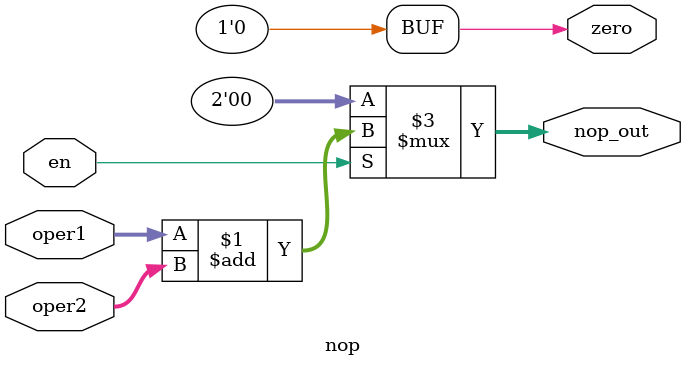
<source format=sv>
/*////////////////////////////////////////////////////////////////////////////////////////////////////////////////
* File Name : alu.sv

* Purpose :

* Creation Date : 14-02-2023

* Last Modified : Fri 03 Mar 2023 10:33:59 PM IST

* Created By :  

//////////////////////////////////////////////////////////////////////////////////////////////////////////////// */

`timescale 1ns / 1ps
module alu #(parameter DATA_WIDTH = 32,
             parameter PC_WIDTH   = 20,
             parameter OPCODE     = 7
             )
(
    input logic 			                    alu_clk	 	        , 
    input logic 			                    alu_rst		        ,
    input logic 		[11:0]	                alu_ctrl	        ,//control
    input logic		    [DATA_WIDTH-1:0]        ld_sd_addr	        ,
    input logic 		[(DATA_WIDTH>>3)-1:0]	id_ex_byte_en	    ,//byte selection for load / store:pipeline
    input logic 			                    id_ex_sign_bit	    ,
    input logic                                 stall_pipeline      ,
    output logic  		                        ex_mem_sign_bit	    ,
    input logic 		[DATA_WIDTH-1:0]        imm_val		        ,//immediate value
    input logic 		[DATA_WIDTH-1:0]	    data_in_1	        ,//data from source register 1
    input logic 		[DATA_WIDTH-1:0]	    data_in_2	        ,//data from source  register 2
    //input logic 		[PC_WIDTH-1:0]          pc		            ,//program counter value for auipc instruction
    input logic 		[OPCODE-1:0]            opcode_r	        ,
    output logic  	    [DATA_WIDTH-1:0]	    data_out	        ,//output logic data  from alu
    output logic        [DATA_WIDTH-1:0]        data_out_1          ,//to addr_gen
    //output logic 	    [DATA_WIDTH-1:0]	    data_out_1_o	    ,
    output logic 	    [DATA_WIDTH-1:0]        mem_addr	        ,//pipelined load store adress
    output logic 	    [(DATA_WIDTH>>3)-1:0]   ex_mem_byte_en      ,//byte selection signal:pipelined
    output logic 		                        carry		        ,
    input logic 			                    branch_en	        ,    
    output logic 		                        zero		        
    );

    logic 		[11:0]	            alu_ctrl_r	    ;
    logic       [11:0]              alu_ctrl_r1     ;
    logic  			                oper1_sign	    ;
    logic  			                oper2_sign	    ;
    logic 	    [DATA_WIDTH-1:0]	data_out_1_o	;    
    logic  			                carry_o		    ;
    logic  			                zero_o		    ;
    logic  		[DATA_WIDTH-1:0]    oper1		    ;
    logic  		[DATA_WIDTH-1:0]    oper2		    ;
    logic 		[PC_WIDTH-1:0]      pc_w		    ;
    //logic  		[PC_WIDTH-1:0]      pc_r		    ;
   // logic 		[PC_WIDTH-1:0]      jal_pc		    ;
    logic  		[PC_WIDTH-1:0]      jal_pc_r	    ;
    logic 			                lui_en		    ;
    logic                           add_en          ;
    logic                           sub_en          ;
    logic                           sll_en          ;
    logic                           xor_en          ;
    logic                           srl_en          ;
    logic                           sra_en          ;
    logic                           or_en           ;
    logic                           and_en          ;
    logic                           jal_en          ;
    logic                           jalr_en         ;
    logic       [DATA_WIDTH-1:0]    lui_op          ;
    logic       [DATA_WIDTH-1:0]    jalr_op         ;
    logic       [DATA_WIDTH-1:0]    jal_op          ;
    logic       [DATA_WIDTH-1:0]    sum		        ;
    logic                           carry_out	    ;
    logic                           add_zero	    ;
    logic       [DATA_WIDTH-1:0]    diff		    ;
    logic                           borrow_out      ;
    logic                           sub_zero	    ;
    logic       [DATA_WIDTH-1:0]    sll_op	        ;
    logic                           sll_zero        ;
    logic       [DATA_WIDTH-1:0]    xor_op	        ;
    logic                           xor_zero        ;
    logic       [DATA_WIDTH-1:0]    srl_op	        ;
    logic                           srl_zero        ;
    logic       [DATA_WIDTH-1:0]    sra_op	        ;
    logic                           sra_zero        ;
    logic       [DATA_WIDTH-1:0]    or_op	        ;
    logic                           or_zero         ;
    logic       [DATA_WIDTH-1:0]    and_op	        ;
    logic                           and_zero        ;
    logic       [DATA_WIDTH-1:0]    mvi_op          ;
    logic                           mv_zero         ;
    logic                           nop_en          ;
    logic                           nop_zero        ;    
    logic       [DATA_WIDTH-1:0]    nop_op          ;




    //assign     jal_pc       = pc - 20'd2					 ;
    //assign 	 pc_w 	    =  nop_en ?  (pc + 20'd2) : 20'd0	;
    //assign     alu_ctrl_r 	= alu_ctrl ;
    assign     data_out_1   = (stall_pipeline) ? 32'd0 : data_out_1_o ;

    always_ff@(posedge alu_clk or negedge alu_rst)
    begin
    		if(!alu_rst)
    		begin
    			alu_ctrl_r1 	<= 	12'd0	            ;
    			mem_addr    	<= 	{DATA_WIDTH{1'b0}}	;
    			ex_mem_byte_en 	<= 	{DATA_WIDTH>>3{1'b0}}	;
    			ex_mem_sign_bit <= 	1'b0	            ;
    			//pc_r 		    <= 	{PC_WIDTH{1'b0}}	;
            	//jal_pc_r 	    <= 	{PC_WIDTH{1'b0}}	;
    		end
    		else
    		begin
    			alu_ctrl_r1 	<= alu_ctrl	     ;
    			//mem_addr    	<= ld_sd_addr	 ; //pipelining the load and store address in execution phase
    			//ex_mem_byte_en 	<= id_ex_byte_en ;
    			//ex_mem_sign_bit <= id_ex_sign_bit;                
    			//pc_r 		    <= pc_w          ;
                //jal_pc_r 	    <= jal_pc	     ;
    		end
    end

    assign lui_en	= ((alu_ctrl_r1 == 12'b0000000_011_01) || (alu_ctrl_r1 == 12'b0000000_010_01))? 1'b1:1'b0;
    assign add_en   = ((alu_ctrl_r1 == 12'b010000_1001_10) || (alu_ctrl_r1 == 12'b000000_1_000_01)  || (alu_ctrl_r1 == 12'b00_00010_011_01)|| (alu_ctrl_r1 == 12'b0000001_000_00))? 1'b1 : 1'b0;
    assign sub_en   = ((alu_ctrl_r1 == 12'b100_11_00_100_01))? 1'b1:1'b0;
    assign sll_en   = ((alu_ctrl_r1 == 12'b0000000_000_10)) ? 1'b1:1'b0;
    assign xor_en   = ((alu_ctrl_r1 == 12'b000_11_01_100_01)) ? 1'b1:1'b0;
    assign srl_en   = ((alu_ctrl_r1 == 12'b00000_00_100_01)) ? 1'b1:1'b0;
    assign sra_en   = ((alu_ctrl_r1 == 12'b00000_01_100_01)) ? 1'b1:1'b0;
    assign or_en    = ((alu_ctrl_r1 == 12'b000_11_10_100_01)) ? 1'b1:1'b0;
    assign and_en   = ((alu_ctrl_r1 == 12'b000_11_11_100_01) || (alu_ctrl_r1 == 12'b00000_10_100_01)) ? 1'b1:1'b0;
    assign jal_en   = ((alu_ctrl_r1 == 12'b0000000_001_01)) ? 1'b1:1'b0;
    assign jalr_en  = ((alu_ctrl_r1 == 12'b100000_1001_10)) ? 1'b1:1'b0;
    assign jr_en    = ((alu_ctrl_r1 == 12'b0_00000_0_100_10)) ? 1'b1:1'b0;
    assign j_en     = ((alu_ctrl_r1 == 12'b0000000_101_01)) ? 1'b1:1'b0;
    assign mvi_en   = ((alu_ctrl_r1 == 12'b1_00000_0_100_10)) ? 1'b1:1'b0;
    assign nop_en   = ((alu_ctrl_r1 == 12'b0000_0_00000_01)) ? 1'b1 : 1'b0 ;


    always_comb 
    begin
        unique case (alu_ctrl_r1)
            12'b0000001_000_00://addi4spn
            begin
                oper2       = imm_val           ;
    			oper1       = data_in_1         ;
    			oper1_sign  = 1'b0              ; 
                oper2_sign  = 1'b0              ;
            end
            12'b000000_1_000_01://addi            
            begin
                oper2       = imm_val           ;
    			oper1       = data_in_1         ;
    			oper1_sign  = 1'b0              ;
                oper2_sign  = 1'b0              ;  
            end
            /*
            12'b0000000_101_01://j
            begin
                oper2       = imm_val           ;
    			oper1       = {12'd0,pc_r}	    ;
                oper1_sign  = 1'b0              ;
                oper2_sign  = 1'b0              ;                  
            end
            12'b0000000_001_01://jal
            begin
                oper2       = {DATA_WIDTH{1'b0}};
    			oper1       = {{DATA_WIDTH-20{1'b0}},jal_pc_r}	;
                oper1_sign  = 1'b0              ;
                oper2_sign  = 1'b0              ;    
            end
            */
            12'b0000000_010_01://li
            begin
                oper2       = imm_val           ;
    			oper1       = {DATA_WIDTH{1'b0}};
    			oper1_sign  = 1'b0              ;
                oper2_sign  = 1'b0              ;                    
            end
            12'b0000000_011_01://lui
            begin
                oper2       = imm_val           ;
    			oper1       = {DATA_WIDTH{1'b0}};
    			oper1_sign  = 1'b0              ;
                oper2_sign  = 1'b0              ;                  
            end
            12'b00_00010_011_01://addi16sp
            begin
                oper2       = imm_val           ;
    			oper1       = data_in_1         ;
    			oper1_sign  = 1'b0              ;
                oper2_sign  = 1'b0              ;                   
            end
            12'b00000_00_100_01://srli
            begin
                oper2       = imm_val           ;
    			oper1       = data_in_1         ;
    			oper1_sign  = 1'b0              ;
                oper2_sign  = 1'b0              ;                   
            end
            12'b00000_01_100_01://srai
            begin
                oper2       = imm_val           ;
    			oper1       = data_in_1         ;
    			oper1_sign  = 1'b0              ;
                oper2_sign  = 1'b0              ;                  
            end
            12'b00000_10_100_01://andi
            begin
                oper2       = imm_val           ;
    			oper1       = data_in_1         ;
    			oper1_sign  = 1'b0              ;
                oper2_sign  = 1'b0              ;  
            end
            12'b000_11_11_100_01://and
            begin
                oper2       = data_in_2         ;
    			oper1       = data_in_1         ;
    			oper1_sign  = 1'b0              ;
                oper2_sign  = 1'b0              ;  
            end
            12'b000_11_10_100_01://or
            begin
                oper2       = data_in_2         ;
    			oper1       = data_in_1        ;
    			oper1_sign  = 1'b0              ;
                oper2_sign  = 1'b0              ;  
            end
            12'b000_11_01_100_01://xor
            begin
                oper2       = data_in_2         ;
    			oper1       = data_in_1        ;
    			oper1_sign  = 1'b0              ;
                oper2_sign  = 1'b0              ;  
            end
            12'b100_11_00_100_01://sub
            begin
    			oper2       = data_in_2         ;
    			oper1       = data_in_1         ;
    			oper1_sign  = 1'b0              ;
                oper2_sign  = 1'b0              ;                   
                
            end
            /*
            12'b0_00000_0_100_10://jr
            begin
                oper2       = {DATA_WIDTH{1'b0}};
    			oper1       = {{DATA_WIDTH-20{1'b0}},jal_pc_r}	;
    			oper1_sign  = 1'b0              ;
                oper2_sign  = 1'b0              ;                   
            end
            12'b100000_1001_10://jalr
            begin
                oper2       = {DATA_WIDTH{1'b0}};
    			oper1       = {{DATA_WIDTH-20{1'b0}},jal_pc_r}	;
    			oper1_sign  = 1'b0              ;
                oper2_sign  = 1'b0              ;                
            end
            */
            12'b0000000_000_10://slli
            begin
    			oper2       = imm_val           ;
    			oper1       = data_in_1        ;
    			oper1_sign  = 1'b0              ;
                oper2_sign  = 1'b0              ;
            end
            12'b1_00000_0_100_10://mv
            begin
    			oper2       = data_in_2         ;
    			oper1       = {DATA_WIDTH{1'b0}};
    			oper1_sign  = 1'b0              ;
                oper2_sign  = 1'b0              ;                
            end
            12'b010000_1001_10://add
            begin
    			oper2       = data_in_2         ;
    			oper1       = data_in_1         ;
    			oper1_sign  = 1'b0              ;
                oper2_sign  = 1'b0              ;
            end
            12'b0000_0_00000_01://nop
            begin
    			oper2       = imm_val           ;
    			oper1       = {DATA_WIDTH{1'b0}};
    			oper1_sign  = 1'b0              ;
                oper2_sign  = 1'b0              ;
            end
            default:
            begin
    			oper2       = {DATA_WIDTH{1'b0}};
    			oper1       = {DATA_WIDTH{1'b0}};
    			oper1_sign  = 1'b0              ;
                oper2_sign  = 1'b0              ;
            end
        endcase 
    end

    lui #(.DATA_WIDTH(DATA_WIDTH))
    lui_inst
    
    (
    
    .*,
    .oper1		(oper1		),
    .oper2		(oper2		),
    .lui_out	(lui_op		),
    .en		    (lui_en     )
    );

    /*
    jalr #(.DATA_WIDTH(DATA_WIDTH)) 
    jalr_inst
    (
    .*,
    .oper1		(oper1		),
    .oper2		(oper2		),
    .jalr_out	(jalr_op	),
    .en		    (jalr_en    )
    
    );
    jal #(.DATA_WIDTH(DATA_WIDTH)) 
    jal_inst
    (
    .*,
    .oper1		(oper1		),
    .oper2		(oper2		),
    .jal_out	(jal_op		),
    .en		    (jal_en     )
    );
    */
    add #(.DATA_WIDTH(DATA_WIDTH))
    add_inst
    (
    
    .*,
    .oper1		(oper1		),
    .oper2		(oper2		),
    .rslt		(sum		),
    .carry		(carry_out	),
    .zero		(add_zero	),
    .en		    (add_en     )
    );
    
    sub #(.DATA_WIDTH(DATA_WIDTH)) 
    sub_inst
    (
    .*,
    .oper1		(oper1		),
    .oper2		(oper2		),
    .rslt		(diff		),
    .borrow		(borrow_out ),
    .zero		(sub_zero	),
    .en		    (sub_en     )
    
    );
    
    sll #(.DATA_WIDTH(DATA_WIDTH)) 
    sll_inst
    (
    .*,
    .oper1		(oper1		),
    .oper2		(oper2		),
    .rslt		(sll_op		),
    .zero		(sll_zero	),
    .en		    (sll_en     )
    
    );
    
    xorg #(.DATA_WIDTH(DATA_WIDTH)) 
    xor_inst
    (
    .*,
    .oper1		(oper1		),
    .oper2		(oper2		),
    .rslt		(xor_op		),
    .zero		(xor_zero	),
    .en		    (xor_en     )
    
    );
    
    srl #(.DATA_WIDTH(DATA_WIDTH)) 
    srl_inst
    (
    
    .*,
    .oper1		(oper1		),
    .oper2		(oper2		),
    .rslt		(srl_op		),
    .zero		(srl_zero	),
    .en		    (srl_en	    )
    
    );
    
    sra #(.DATA_WIDTH(DATA_WIDTH))
    sra_inst
    (
    .*,
    .oper1		(oper1		),
    .oper2		(oper2		),
    .rslt		(sra_op		),
    .zero		(sra_zero	),
    .en		    (sra_en     )
    
    );
    
    org #(.DATA_WIDTH(DATA_WIDTH)) 
    or_inst
    (
    .*,
    .oper1		(oper1		),
    .oper2		(oper2		),
    .rslt		(or_op		),
    .zero		(or_zero	),
    .en		    (or_en      )
    
    );
    
    andg #(.DATA_WIDTH(DATA_WIDTH)) 
    and_inst
    (
    .*,
    .oper1		(oper1		),
    .oper2		(oper2		),
    .rslt		(and_op		),
    .zero		(and_zero	),
    .en		    (and_en	    )
    
    );

    mvi #(.DATA_WIDTH(DATA_WIDTH))
    mvi_inst
    (
    .*,
    
    .oper1		(oper1		),
    .oper2		(oper2		),
    .en         (mvi_en     ),
    .zero       (mv_zero    ),
    .result     (mvi_op     )
    );

    nop #(.DATA_WIDTH(DATA_WIDTH))
    nop_inst
    (
    .*,
    .oper1		(oper1		),
    .oper2		(oper2		),
    .nop_out	(nop_op	    ),
    .zero       (nop_zero   ),
    .en		    (nop_en	    )
    );


    always_ff@(posedge alu_clk or negedge alu_rst)
    begin
    	if(!alu_rst)
    	begin
    		data_out    <= {DATA_WIDTH{1'b0}};
    		zero        <= 1'b0              ;
    		carry       <= 1'b0              ;
    	end
    	else
    	begin
        /*
            if(stall_pipeline)
            begin
                data_out <= {DATA_WIDTH{1'b0}};
                carry    <= 1'b0              ;
                zero     <= 1'b0              ;
            end
            else
            begin */
            data_out  <= data_out_1     ;
    	    carry     <= carry_o        ;
    		zero      <= zero_o         ;
            //end
        end
    end

    always_comb 
    begin
        unique case (alu_ctrl_r1)
            12'b0000001_000_00://addi4spn
            begin
    			data_out_1_o = sum		    ;
    			zero_o       = add_zero     ;
    			carry_o      = carry_out	;
            end
            12'b000000_1_000_01://addi            
            begin
    			data_out_1_o = sum		    ;
    			zero_o       = add_zero 	;
    			carry_o      = carry_out    ;
            end
            /*
            12'b0000000_001_01://jal
            begin
    			data_out_1_o = jal_op;
    			carry_o    = 1'b0  ;
    			if(jal_op == {DATA_WIDTH{1'b0}})
    			begin
    		        zero_o = 1'b1;
    			end
    			else
    			begin
    			    zero_o = 1'b0;
    			end
 
            end
            */
            12'b0000000_010_01://li
            begin
    			data_out_1_o = lui_op;
    			carry_o      = 1'b0  ;
                if(lui_op == {DATA_WIDTH{1'b0}})
                begin
    			    zero_o 	 = 1'b1	 ;
                end
                else
                begin
                    zero_o = 1'b0;
                end   
            end
            12'b0000000_011_01://lui
            begin
    			data_out_1_o = lui_op;
    			carry_o      = 1'b0  ;
                if(lui_op == {DATA_WIDTH{1'b0}})
                begin
    			    zero_o	 = 1'b1	 ;
                end
                else
                begin
                    zero_o = 1'b0;
                end       
            end
            12'b00_00010_011_01://addi16sp
            begin
    			data_out_1_o = sum		    ;
    			zero_o       = add_zero 	;
    			carry_o      = carry_out    ;
                  
            end
            12'b00000_00_100_01://srli
            begin
    			data_out_1_o    = srl_op    ;
    			zero_o          = srl_zero	;
    			carry_o         = 1'b0	    ;
                  
            end
            12'b00000_01_100_01://srai
            begin
    			data_out_1_o= sra_op		;
    			zero_o      = sra_zero	;
    			carry_o     = 1'b0     ;
                 
            end
            12'b00000_10_100_01://andi
            begin
    			data_out_1_o= and_op	;
    			zero_o      = and_zero	;
    			carry_o     = 1'b0	    ;
 
            end
            12'b000_11_11_100_01://and
            begin
    			data_out_1_o= and_op	;
    			zero_o      = and_zero	;
    			carry_o     = 1'b0	    ;
            end
            12'b000_11_10_100_01://or
            begin
    			data_out_1_o= or_op      ;
    			zero_o      = or_zero    ;
    			carry_o     = 1'b0       ;
 
            end
            12'b000_11_01_100_01://xor
            begin
    			data_out_1_o=  xor_op      ;
    			zero_o      =  xor_zero    ;
    			carry_o     =  1'b0       ;

            end
            12'b100_11_00_100_01://sub
            begin
    			data_out_1_o= diff       ;        		
    			zero_o      = sub_zero	 ;        
    			carry_o     = borrow_out ;                 
            end
            /*
            12'b0_00000_0_100_10://jr
            begin
    			data_out_1_o = jal_op;
    			carry_o    = 1'b0  ;
    			if(jal_op == {DATA_WIDTH{1'b0}})
    			begin
    		        zero_o = 1'b1;
    			end
    			else
    			begin
    			    zero_o = 1'b0;
    			end
                  
            end
            12'b100000_1001_10://jalr
            begin
    			data_out_1_o = jal_op;
    			carry_o    = 1'b0  ;
    			if(jal_op == {DATA_WIDTH{1'b0}})
    			begin
    		        zero_o = 1'b1;
    			end
    			else
    			begin
    			    zero_o = 1'b0;
    			end
              
            end
            */
            12'b0000000_000_10://slli
            begin
    			data_out_1_o = sll_op     ;
    			carry_o	   = 1'b0       ;
    			zero_o	   = sll_zero   ;           
            end
            12'b1_00000_0_100_10://mv
            begin
    			data_out_1_o 	= mvi_op;
    			carry_o	 	    = 1'b0;
    	        zero_o          = mv_zero;
            end
            12'b010000_1001_10://add
            begin
    			data_out_1_o    = sum		;
    			zero_o          = add_zero  ;
    			carry_o         = carry_out ;
            end
            12'b0000_0_00000_01://nop
            begin
    			data_out_1_o  = nop_op   ;
    			carry_o       = 1'b0     ;
                zero_o        = nop_zero ;
            end
            default:
            begin
    			data_out_1_o= {DATA_WIDTH{1'b0}};
    			zero_o      = 1'b0              ;
    			carry_o     = 1'b0              ;
            end
        endcase 
    end
endmodule



/////////////////////////////
//	addition 	           //
/////////////////////////////
module add #(parameter DATA_WIDTH = 32)

(
input logic		                    en	    ,
input logic  [DATA_WIDTH-1:0] 	    oper1	,
input logic  [DATA_WIDTH-1:0] 	    oper2	,
output logic [DATA_WIDTH-1:0] 	    rslt	,
output logic 	      	            carry	,
output logic		                zero	
);

logic [DATA_WIDTH:0] sum;

assign sum   = en ? (oper1 + oper2) : {DATA_WIDTH+1{1'b0}} ;
assign rslt  = sum[DATA_WIDTH-1:0];
assign carry = (sum[DATA_WIDTH] == 1'b1) ? 1'b1 : 1'b0;
assign zero  = (rslt == {DATA_WIDTH{1'b0}}) ? 1'b1 : 1'b0;

endmodule

////////////////////////////// 
//	substraction	    //
//////////////////////////////
module sub #(parameter DATA_WIDTH = 32)
(
input logic 		                en	    ,
input logic  [DATA_WIDTH-1:0] 	    oper1	,
input logic  [DATA_WIDTH-1:0] 	    oper2	,
output logic [DATA_WIDTH-1:0] 	    rslt	,
output logic 		                borrow	,
output logic 		                zero	


);
logic [DATA_WIDTH:0]diff;

assign diff   = en ? (oper1 - oper2) : {DATA_WIDTH{1'b0}} ;
assign rslt   = diff[DATA_WIDTH-1:0];
assign borrow = diff[DATA_WIDTH];
assign zero   = (diff == {DATA_WIDTH{1'b0}}) ? 1'b1 : 1'b0;

endmodule

////////////////////////////// 
//   logical left shift	    //
//////////////////////////////
module sll #(parameter DATA_WIDTH = 32)
(
input logic [DATA_WIDTH-1:0] 		oper1	,
input logic [DATA_WIDTH-1:0] 		oper2	,
output logic [DATA_WIDTH-1:0] 	    rslt	,
output logic 			            zero    ,	
input logic 		                en	    

);

assign rslt = en ? (oper1 << oper2) : {DATA_WIDTH{1'b0}} ;
assign zero = (rslt == {DATA_WIDTH{1'b0}}) ? 1'b1 : 1'b0;

endmodule

////////////////////////////// 
//   logical XOR	    //
//////////////////////////////
module xorg #(parameter DATA_WIDTH = 32)
(
input logic [DATA_WIDTH-1:0] 		oper1	,
input logic [DATA_WIDTH-1:0] 		oper2	,
output logic [DATA_WIDTH-1:0] 	    rslt	,
output logic 			            zero	,
input logic			                en


);

assign rslt = en ? (oper1 ^ oper2) : {DATA_WIDTH{1'b0}} ;
assign zero = (rslt == {DATA_WIDTH{1'b0}}) ? 1'b1 : 1'b0;

endmodule


////////////////////////////// 
//   logical right shift    //
//////////////////////////////

module srl #(parameter DATA_WIDTH = 32)
(

input logic [DATA_WIDTH-1:0] 		oper1	,
input logic [DATA_WIDTH-1:0] 		oper2	,
output logic [DATA_WIDTH-1:0] 	    rslt	,
output logic 			            zero    ,
input logic			                en


);
assign rslt = en ? (oper1 >> oper2) : {DATA_WIDTH{1'b0}}  ; 
assign zero = (rslt == {DATA_WIDTH{1'b0}}) ? 1'b1 : 1'b0;


endmodule
    
    
////////////////////////////////// 
//  arithmetic right shift word	//
//////////////////////////////////
module sra #(parameter DATA_WIDTH = 32)
(
input logic 		[DATA_WIDTH-1:0] 		oper1	,
input logic 		[DATA_WIDTH-1:0] 		oper2	,
output logic 		[DATA_WIDTH-1:0] 		rslt	,
output logic 				                zero    ,
input logic				                    en          
);
logic [DATA_WIDTH-1:0] result;

    always_comb
    begin
        if(en)
        begin
            unique case(oper2[4:0])
                5'b000000:result = oper1;
                5'b000001:result = {{ 2{oper1[DATA_WIDTH-1]}} ,oper1[DATA_WIDTH-2:1 ] };
                5'b000010:result = {{ 3{oper1[DATA_WIDTH-1]}} ,oper1[DATA_WIDTH-2:2 ] };
                5'b000011:result = {{ 4{oper1[DATA_WIDTH-1]}} ,oper1[DATA_WIDTH-2:3 ] };
                5'b000100:result = {{ 5{oper1[DATA_WIDTH-1]}} ,oper1[DATA_WIDTH-2:4 ] };
                5'b000101:result = {{ 6{oper1[DATA_WIDTH-1]}} ,oper1[DATA_WIDTH-2:5 ] };
                5'b000110:result = {{ 7{oper1[DATA_WIDTH-1]}} ,oper1[DATA_WIDTH-2:6 ] };
                5'b000111:result = {{ 8{oper1[DATA_WIDTH-1]}} ,oper1[DATA_WIDTH-2:7 ] };
                5'b001000:result = {{ 9{oper1[DATA_WIDTH-1]}} ,oper1[DATA_WIDTH-2:8 ] };
                5'b001001:result = {{10{oper1[DATA_WIDTH-1]}} ,oper1[DATA_WIDTH-2:9 ] };
                5'b001010:result = {{11{oper1[DATA_WIDTH-1]}} ,oper1[DATA_WIDTH-2:10] };
                5'b001011:result = {{12{oper1[DATA_WIDTH-1]}} ,oper1[DATA_WIDTH-2:11] };
                5'b001100:result = {{13{oper1[DATA_WIDTH-1]}} ,oper1[DATA_WIDTH-2:12] };
                5'b001101:result = {{14{oper1[DATA_WIDTH-1]}} ,oper1[DATA_WIDTH-2:13] };
                5'b001110:result = {{15{oper1[DATA_WIDTH-1]}} ,oper1[DATA_WIDTH-2:14] };
                5'b001111:result = {{16{oper1[DATA_WIDTH-1]}} ,oper1[DATA_WIDTH-2:15] };
                5'b010000:result = {{17{oper1[DATA_WIDTH-1]}} ,oper1[DATA_WIDTH-2:16] };
                5'b010001:result = {{18{oper1[DATA_WIDTH-1]}} ,oper1[DATA_WIDTH-2:17] };
                5'b010010:result = {{19{oper1[DATA_WIDTH-1]}} ,oper1[DATA_WIDTH-2:18] };
                5'b010011:result = {{20{oper1[DATA_WIDTH-1]}} ,oper1[DATA_WIDTH-2:19] };
                5'b010100:result = {{21{oper1[DATA_WIDTH-1]}} ,oper1[DATA_WIDTH-2:20] };
                5'b010101:result = {{22{oper1[DATA_WIDTH-1]}} ,oper1[DATA_WIDTH-2:21] };
                5'b010110:result = {{23{oper1[DATA_WIDTH-1]}} ,oper1[DATA_WIDTH-2:22] };
                5'b010111:result = {{24{oper1[DATA_WIDTH-1]}} ,oper1[DATA_WIDTH-2:23] };
                5'b011000:result = {{25{oper1[DATA_WIDTH-1]}} ,oper1[DATA_WIDTH-2:24] };
                5'b011001:result = {{26{oper1[DATA_WIDTH-1]}} ,oper1[DATA_WIDTH-2:25] };
                5'b011010:result = {{27{oper1[DATA_WIDTH-1]}} ,oper1[DATA_WIDTH-2:26] };
                5'b011011:result = {{28{oper1[DATA_WIDTH-1]}} ,oper1[DATA_WIDTH-2:27] };
                5'b011100:result = {{29{oper1[DATA_WIDTH-1]}} ,oper1[DATA_WIDTH-2:28] };
                5'b011101:result = {{30{oper1[DATA_WIDTH-1]}} ,oper1[DATA_WIDTH-2:29] };
                5'b011110:result = {{31{oper1[DATA_WIDTH-1]}} ,oper1[30] };
                5'b011111:result = {{32{oper1[DATA_WIDTH-1]}} };
            default:
            begin
                result = {DATA_WIDTH{1'b0}};
            end
            endcase
        end
        else
        begin
            result = {DATA_WIDTH{1'b0}};
        end
    end

	assign rslt = result ;
    assign zero = (rslt == {DATA_WIDTH{1'b0}}) ? 1'b1 : 1'b0;

endmodule
/////////////////////////////////////////////////////////////////////
    
//////////////////////////////
//   logical OR	    	    //
//////////////////////////////
module org #(parameter DATA_WIDTH = 32)
(
input logic [DATA_WIDTH-1:0] 		oper1	,
input logic [DATA_WIDTH-1:0] 		oper2	,
output logic [DATA_WIDTH-1:0] 	    rslt	,
output logic 			            zero    ,
input logic			                en      
);

assign rslt = en ? (oper1 | oper2) : {DATA_WIDTH{1'b0}} ;
assign zero = (rslt == {DATA_WIDTH{1'b0}}) ? 1'b1 : 1'b0;

endmodule

////////////////////////////// 
//   logical 	AND	    //
//////////////////////////////
module andg #(parameter DATA_WIDTH = 32)
(
input logic [DATA_WIDTH-1:0] 		oper1	,
input logic [DATA_WIDTH-1:0] 		oper2	,
output logic [DATA_WIDTH-1:0] 	rslt	,
output logic 			            zero    ,
input logic			            en      
);

assign rslt = en ? (oper1 & oper2) : {DATA_WIDTH{1'b0}} ;
assign zero = (rslt == {DATA_WIDTH{1'b0}}) ? 1'b1 : 1'b0;
endmodule

//////////////////////////////////////////////////////////////////////////////////
module lui #(parameter DATA_WIDTH = 32)
(
input logic  [DATA_WIDTH-1:0]     oper1   ,
input logic  [DATA_WIDTH-1:0]     oper2   ,
output logic [DATA_WIDTH-1:0]     lui_out ,
input logic			            en
);

assign lui_out = en ? oper2 : {DATA_WIDTH{1'b0}};

endmodule

/////////////////////////////////////////////////////////////////////////////////
module jal #(parameter DATA_WIDTH = 32)
(
input logic [DATA_WIDTH-1:0]      oper1   ,
input logic [DATA_WIDTH-1:0]      oper2   ,
output logic [DATA_WIDTH-1:0]     jal_out ,
input logic			            en      
);

assign jal_out = en ? oper1 : {DATA_WIDTH{1'b0}} ;//pc

endmodule

//////////////////////////////////////////////////////////////////////////////////////////
module jalr #(parameter DATA_WIDTH = 32)

(
input logic  [DATA_WIDTH-1:0] oper1       ,
input logic  [DATA_WIDTH-1:0] oper2       ,
output logic [DATA_WIDTH-1:0] jalr_out    ,
input logic			          en
);

assign jalr_out = en ? oper1 : {DATA_WIDTH{1'b0}} ;//pc

endmodule
////////////////////////////////////////////////////////////////////
//////////////////                                   ///////////////
//////////////////           Move                    ///////////////
////////////////////////////////////////////////////////////////////
module mvi #(parameter DATA_WIDTH = 32)
    (
    	input logic [DATA_WIDTH-1:0] 	    oper1	,
    	input logic [DATA_WIDTH-1:0] 	    oper2	,
    	input logic 		                en	    ,
        output logic 			            zero    ,    
    	output logic [DATA_WIDTH-1:0] 	    result 
    );
    
    assign result = (en)? oper2 : {DATA_WIDTH{1'b0}};
    assign zero = (result == {DATA_WIDTH{1'b0}}) ? 1'b1 : 1'b0;

endmodule

////////////////////////////////////////////////////////////////////
//////////////////                                   ///////////////
//////////////////           NOP                    ///////////////
////////////////////////////////////////////////////////////////////
module nop #(parameter DATA_WIDTH = 0)
    (
    input  logic [DATA_WIDTH-1:0]  oper1        ,
    input  logic [DATA_WIDTH-1:0]  oper2        ,
    output logic [DATA_WIDTH-1:0] nop_out       ,
    output logic 			      zero          ,    
    input  logic			      en          
    );
    
    assign nop_out = (en)? (oper1 + oper2) : {DATA_WIDTH{1'b0}};
    assign zero = 1'b0 ;
    
endmodule

</source>
